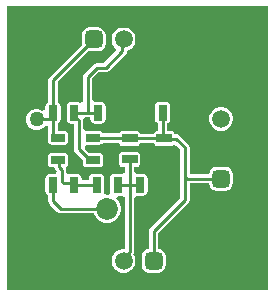
<source format=gtl>
G04*
G04 #@! TF.GenerationSoftware,Altium Limited,Altium Designer,24.7.2 (38)*
G04*
G04 Layer_Physical_Order=1*
G04 Layer_Color=9809361*
%FSAX44Y44*%
%MOMM*%
G71*
G04*
G04 #@! TF.SameCoordinates,93A25BCA-29EF-4DAC-9895-B02BB0167CD6*
G04*
G04*
G04 #@! TF.FilePolarity,Positive*
G04*
G01*
G75*
%ADD13C,0.2540*%
G04:AMPARAMS|DCode=14|XSize=1.3mm|YSize=0.76mm|CornerRadius=0.095mm|HoleSize=0mm|Usage=FLASHONLY|Rotation=90.000|XOffset=0mm|YOffset=0mm|HoleType=Round|Shape=RoundedRectangle|*
%AMROUNDEDRECTD14*
21,1,1.3000,0.5700,0,0,90.0*
21,1,1.1100,0.7600,0,0,90.0*
1,1,0.1900,0.2850,0.5550*
1,1,0.1900,0.2850,-0.5550*
1,1,0.1900,-0.2850,-0.5550*
1,1,0.1900,-0.2850,0.5550*
%
%ADD14ROUNDEDRECTD14*%
G04:AMPARAMS|DCode=15|XSize=1.3mm|YSize=0.76mm|CornerRadius=0.095mm|HoleSize=0mm|Usage=FLASHONLY|Rotation=180.000|XOffset=0mm|YOffset=0mm|HoleType=Round|Shape=RoundedRectangle|*
%AMROUNDEDRECTD15*
21,1,1.3000,0.5700,0,0,180.0*
21,1,1.1100,0.7600,0,0,180.0*
1,1,0.1900,-0.5550,0.2850*
1,1,0.1900,0.5550,0.2850*
1,1,0.1900,0.5550,-0.2850*
1,1,0.1900,-0.5550,-0.2850*
%
%ADD15ROUNDEDRECTD15*%
G04:AMPARAMS|DCode=16|XSize=0.65mm|YSize=1.2mm|CornerRadius=0.0488mm|HoleSize=0mm|Usage=FLASHONLY|Rotation=90.000|XOffset=0mm|YOffset=0mm|HoleType=Round|Shape=RoundedRectangle|*
%AMROUNDEDRECTD16*
21,1,0.6500,1.1025,0,0,90.0*
21,1,0.5525,1.2000,0,0,90.0*
1,1,0.0975,0.5513,0.2763*
1,1,0.0975,0.5513,-0.2763*
1,1,0.0975,-0.5513,-0.2763*
1,1,0.0975,-0.5513,0.2763*
%
%ADD16ROUNDEDRECTD16*%
%ADD20C,1.8500*%
%ADD21R,1.8500X1.8500*%
%ADD26C,5.4000*%
%ADD27C,1.5000*%
G04:AMPARAMS|DCode=28|XSize=1.5mm|YSize=1.5mm|CornerRadius=0.375mm|HoleSize=0mm|Usage=FLASHONLY|Rotation=180.000|XOffset=0mm|YOffset=0mm|HoleType=Round|Shape=RoundedRectangle|*
%AMROUNDEDRECTD28*
21,1,1.5000,0.7500,0,0,180.0*
21,1,0.7500,1.5000,0,0,180.0*
1,1,0.7500,-0.3750,0.3750*
1,1,0.7500,0.3750,0.3750*
1,1,0.7500,0.3750,-0.3750*
1,1,0.7500,-0.3750,-0.3750*
%
%ADD28ROUNDEDRECTD28*%
G04:AMPARAMS|DCode=29|XSize=1.5mm|YSize=1.5mm|CornerRadius=0.375mm|HoleSize=0mm|Usage=FLASHONLY|Rotation=270.000|XOffset=0mm|YOffset=0mm|HoleType=Round|Shape=RoundedRectangle|*
%AMROUNDEDRECTD29*
21,1,1.5000,0.7500,0,0,270.0*
21,1,0.7500,1.5000,0,0,270.0*
1,1,0.7500,-0.3750,-0.3750*
1,1,0.7500,-0.3750,0.3750*
1,1,0.7500,0.3750,0.3750*
1,1,0.7500,0.3750,-0.3750*
%
%ADD29ROUNDEDRECTD29*%
%ADD30C,0.8000*%
%ADD31C,1.2700*%
G36*
X00946150Y00134620D02*
X00725170Y00134620D01*
X00725170Y00374650D01*
X00946150Y00374650D01*
X00946150Y00134620D01*
X00946150Y00134620D02*
G37*
%LPC*%
G36*
X00802580Y00356873D02*
X00795080Y00356873D01*
X00792626Y00356385D01*
X00790545Y00354995D01*
X00789155Y00352914D01*
X00788667Y00350460D01*
X00788667Y00342960D01*
X00788819Y00342193D01*
X00761793Y00315167D01*
X00760951Y00313907D01*
X00760655Y00312420D01*
X00760655Y00293385D01*
X00760318Y00293318D01*
X00759164Y00292546D01*
X00758392Y00291392D01*
X00758122Y00290030D01*
X00758122Y00287535D01*
X00757127Y00286823D01*
X00755582Y00286294D01*
X00754001Y00287206D01*
X00751740Y00287812D01*
X00749400Y00287812D01*
X00747139Y00287206D01*
X00745111Y00286036D01*
X00743456Y00284381D01*
X00742286Y00282353D01*
X00741680Y00280092D01*
X00741680Y00277752D01*
X00742286Y00275491D01*
X00743456Y00273463D01*
X00745111Y00271808D01*
X00747139Y00270638D01*
X00749400Y00270032D01*
X00751740Y00270032D01*
X00754001Y00270638D01*
X00756029Y00271808D01*
X00757684Y00273463D01*
X00758105Y00274194D01*
X00760548Y00273539D01*
X00760645Y00273364D01*
X00760645Y00267698D01*
X00760476Y00267444D01*
X00760241Y00266262D01*
X00760241Y00260737D01*
X00760476Y00259556D01*
X00761145Y00258555D01*
X00762146Y00257886D01*
X00763327Y00257651D01*
X00774352Y00257651D01*
X00775534Y00257886D01*
X00776535Y00258555D01*
X00777204Y00259556D01*
X00777439Y00260737D01*
X00777439Y00266262D01*
X00777204Y00267444D01*
X00776535Y00268445D01*
X00775534Y00269114D01*
X00774352Y00269349D01*
X00768415Y00269349D01*
X00768415Y00275578D01*
X00768742Y00275643D01*
X00769896Y00276414D01*
X00770667Y00277568D01*
X00770938Y00278930D01*
X00770938Y00290030D01*
X00770667Y00291392D01*
X00769896Y00292546D01*
X00768742Y00293318D01*
X00768425Y00293381D01*
X00768425Y00310811D01*
X00794313Y00336699D01*
X00795080Y00336547D01*
X00802580Y00336547D01*
X00805034Y00337035D01*
X00807115Y00338425D01*
X00808505Y00340506D01*
X00808993Y00342960D01*
X00808993Y00350460D01*
X00808505Y00352914D01*
X00807115Y00354995D01*
X00805034Y00356385D01*
X00802580Y00356873D01*
X00802580Y00356873D02*
G37*
G36*
X00810260Y00308685D02*
X00808773Y00308389D01*
X00807513Y00307547D01*
X00806671Y00306287D01*
X00806375Y00304800D01*
X00806671Y00303313D01*
X00807513Y00302053D01*
X00810195Y00299371D01*
X00811456Y00298529D01*
X00812942Y00298233D01*
X00814429Y00298529D01*
X00815689Y00299371D01*
X00816531Y00300631D01*
X00816827Y00302118D01*
X00816531Y00303605D01*
X00815689Y00304865D01*
X00813007Y00307547D01*
X00811747Y00308389D01*
X00810260Y00308685D01*
X00810260Y00308685D02*
G37*
G36*
X00825552Y00356750D02*
X00822908Y00356750D01*
X00820355Y00356066D01*
X00818065Y00354744D01*
X00816196Y00352875D01*
X00814874Y00350585D01*
X00814190Y00348032D01*
X00814190Y00345388D01*
X00814874Y00342835D01*
X00816196Y00340545D01*
X00818065Y00338676D01*
X00818243Y00337327D01*
X00807381Y00326465D01*
X00801370Y00326465D01*
X00799883Y00326169D01*
X00798623Y00325327D01*
X00791003Y00317707D01*
X00790161Y00316447D01*
X00789865Y00314960D01*
X00789865Y00293986D01*
X00789034Y00293407D01*
X00787325Y00292861D01*
X00786642Y00293318D01*
X00785280Y00293588D01*
X00779580Y00293588D01*
X00778218Y00293318D01*
X00777064Y00292546D01*
X00776292Y00291392D01*
X00776022Y00290030D01*
X00776022Y00278930D01*
X00776292Y00277568D01*
X00777064Y00276414D01*
X00778218Y00275643D01*
X00779580Y00275372D01*
X00782245Y00275372D01*
X00782245Y00253960D01*
X00782541Y00252473D01*
X00783383Y00251213D01*
X00789741Y00244856D01*
X00789741Y00241737D01*
X00789976Y00240556D01*
X00790645Y00239555D01*
X00791646Y00238886D01*
X00792828Y00238651D01*
X00803852Y00238651D01*
X00805034Y00238886D01*
X00806035Y00239555D01*
X00806704Y00240556D01*
X00806939Y00241737D01*
X00806939Y00247262D01*
X00806704Y00248444D01*
X00806035Y00249445D01*
X00805034Y00250114D01*
X00803852Y00250349D01*
X00795234Y00250349D01*
X00791409Y00254175D01*
X00791612Y00255513D01*
X00792828Y00257651D01*
X00803852Y00257651D01*
X00805034Y00257886D01*
X00806035Y00258555D01*
X00806577Y00259365D01*
X00820358Y00259365D01*
X00820472Y00258788D01*
X00821244Y00257634D01*
X00822398Y00256863D01*
X00823760Y00256592D01*
X00834860Y00256592D01*
X00836222Y00256863D01*
X00837376Y00257634D01*
X00838148Y00258788D01*
X00838203Y00259065D01*
X00849607Y00259065D01*
X00849682Y00258688D01*
X00850454Y00257534D01*
X00851608Y00256763D01*
X00852970Y00256492D01*
X00864070Y00256492D01*
X00865432Y00256763D01*
X00866586Y00257534D01*
X00869201Y00256875D01*
X00872415Y00253661D01*
X00872415Y00230088D01*
X00872437Y00229979D01*
X00872415Y00229870D01*
X00872415Y00212505D01*
X00846883Y00186973D01*
X00846041Y00185712D01*
X00845745Y00184226D01*
X00845745Y00169346D01*
X00843426Y00168885D01*
X00841345Y00167495D01*
X00839955Y00165414D01*
X00839467Y00162960D01*
X00839467Y00155460D01*
X00839955Y00153006D01*
X00841345Y00150925D01*
X00843426Y00149535D01*
X00845880Y00149047D01*
X00853380Y00149047D01*
X00855834Y00149535D01*
X00857915Y00150925D01*
X00859305Y00153006D01*
X00859793Y00155460D01*
X00859793Y00162960D01*
X00859305Y00165414D01*
X00857915Y00167495D01*
X00855834Y00168885D01*
X00853515Y00169346D01*
X00853515Y00182617D01*
X00879047Y00208149D01*
X00879889Y00209409D01*
X00880185Y00210896D01*
X00880185Y00224715D01*
X00896644Y00224715D01*
X00897105Y00222396D01*
X00898495Y00220315D01*
X00900576Y00218925D01*
X00903030Y00218437D01*
X00910530Y00218437D01*
X00912984Y00218925D01*
X00915065Y00220315D01*
X00916455Y00222396D01*
X00916943Y00224850D01*
X00916943Y00232350D01*
X00916455Y00234804D01*
X00915065Y00236885D01*
X00912984Y00238275D01*
X00910530Y00238763D01*
X00903030Y00238763D01*
X00900576Y00238275D01*
X00898495Y00236885D01*
X00897105Y00234804D01*
X00896644Y00232485D01*
X00880185Y00232485D01*
X00880185Y00255270D01*
X00879889Y00256757D01*
X00879047Y00258017D01*
X00871577Y00265487D01*
X00870317Y00266329D01*
X00868830Y00266625D01*
X00867454Y00266625D01*
X00867357Y00267112D01*
X00866586Y00268266D01*
X00865432Y00269037D01*
X00864070Y00269308D01*
X00861145Y00269308D01*
X00861145Y00275578D01*
X00861472Y00275643D01*
X00862626Y00276414D01*
X00863398Y00277568D01*
X00863668Y00278930D01*
X00863668Y00290030D01*
X00863398Y00291392D01*
X00862626Y00292546D01*
X00861472Y00293318D01*
X00860110Y00293588D01*
X00854410Y00293588D01*
X00853048Y00293318D01*
X00851894Y00292546D01*
X00851123Y00291392D01*
X00850852Y00290030D01*
X00850852Y00278930D01*
X00851123Y00277568D01*
X00851894Y00276414D01*
X00853048Y00275643D01*
X00853375Y00275578D01*
X00853375Y00269308D01*
X00852970Y00269308D01*
X00851608Y00269037D01*
X00850454Y00268266D01*
X00849682Y00267112D01*
X00849627Y00266835D01*
X00838223Y00266835D01*
X00838148Y00267212D01*
X00837376Y00268366D01*
X00836222Y00269137D01*
X00834860Y00269408D01*
X00823760Y00269408D01*
X00822398Y00269137D01*
X00821244Y00268366D01*
X00820472Y00267212D01*
X00820457Y00267135D01*
X00806766Y00267135D01*
X00806704Y00267444D01*
X00806035Y00268445D01*
X00805034Y00269114D01*
X00803852Y00269349D01*
X00792828Y00269349D01*
X00792555Y00269295D01*
X00790406Y00270607D01*
X00790015Y00271079D01*
X00790015Y00278080D01*
X00791854Y00280595D01*
X00796222Y00280595D01*
X00796222Y00278930D01*
X00796492Y00277568D01*
X00797264Y00276414D01*
X00798418Y00275643D01*
X00799780Y00275372D01*
X00805480Y00275372D01*
X00806842Y00275643D01*
X00807996Y00276414D01*
X00808767Y00277568D01*
X00809038Y00278930D01*
X00809038Y00290030D01*
X00808767Y00291392D01*
X00807996Y00292546D01*
X00806842Y00293318D01*
X00805480Y00293588D01*
X00799780Y00293588D01*
X00797635Y00295616D01*
X00797635Y00313351D01*
X00802979Y00318695D01*
X00808990Y00318695D01*
X00810477Y00318991D01*
X00811737Y00319833D01*
X00826045Y00334141D01*
X00826887Y00335401D01*
X00827182Y00336888D01*
X00827182Y00337107D01*
X00828105Y00337354D01*
X00830395Y00338676D01*
X00832264Y00340545D01*
X00833586Y00342835D01*
X00834270Y00345388D01*
X00834270Y00348032D01*
X00833586Y00350585D01*
X00832264Y00352875D01*
X00830395Y00354744D01*
X00828105Y00356066D01*
X00825552Y00356750D01*
X00825552Y00356750D02*
G37*
G36*
X00908102Y00289440D02*
X00905458Y00289440D01*
X00902905Y00288756D01*
X00900615Y00287434D01*
X00898746Y00285565D01*
X00897424Y00283275D01*
X00896740Y00280722D01*
X00896740Y00278078D01*
X00897424Y00275525D01*
X00898746Y00273235D01*
X00900615Y00271366D01*
X00902905Y00270044D01*
X00905458Y00269360D01*
X00908102Y00269360D01*
X00910655Y00270044D01*
X00912945Y00271366D01*
X00914814Y00273235D01*
X00916136Y00275525D01*
X00916820Y00278078D01*
X00916820Y00280722D01*
X00916136Y00283275D01*
X00914814Y00285565D01*
X00912945Y00287434D01*
X00910655Y00288756D01*
X00908102Y00289440D01*
X00908102Y00289440D02*
G37*
G36*
X00834860Y00251508D02*
X00823760Y00251508D01*
X00822398Y00251238D01*
X00821244Y00250466D01*
X00820472Y00249312D01*
X00820202Y00247950D01*
X00820202Y00242250D01*
X00820472Y00240888D01*
X00821244Y00239734D01*
X00822398Y00238962D01*
X00823760Y00238692D01*
X00825425Y00238692D01*
X00825425Y00234107D01*
X00824750Y00233502D01*
X00822885Y00232474D01*
X00822110Y00232628D01*
X00816410Y00232628D01*
X00815048Y00232358D01*
X00813894Y00231586D01*
X00813122Y00230432D01*
X00812852Y00229070D01*
X00812852Y00217970D01*
X00812984Y00217306D01*
X00812513Y00216376D01*
X00811853Y00215567D01*
X00811213Y00215042D01*
X00808790Y00215555D01*
X00807998Y00216552D01*
X00807642Y00217334D01*
X00807768Y00217970D01*
X00807768Y00229070D01*
X00807497Y00230432D01*
X00806726Y00231586D01*
X00805572Y00232358D01*
X00804210Y00232628D01*
X00798510Y00232628D01*
X00797148Y00232358D01*
X00795994Y00231586D01*
X00795222Y00230432D01*
X00794952Y00229070D01*
X00794952Y00227405D01*
X00788738Y00227405D01*
X00788738Y00229070D01*
X00788467Y00230432D01*
X00787696Y00231586D01*
X00786542Y00232358D01*
X00785180Y00232628D01*
X00779480Y00232628D01*
X00778465Y00232426D01*
X00777570Y00232754D01*
X00775925Y00233947D01*
X00775925Y00236340D01*
X00775918Y00236372D01*
X00775534Y00238886D01*
X00776535Y00239555D01*
X00777204Y00240556D01*
X00777439Y00241737D01*
X00777439Y00247262D01*
X00777204Y00248444D01*
X00776535Y00249445D01*
X00775534Y00250114D01*
X00774352Y00250349D01*
X00763327Y00250349D01*
X00762146Y00250114D01*
X00761145Y00249445D01*
X00760476Y00248444D01*
X00760241Y00247262D01*
X00760241Y00241737D01*
X00760476Y00240556D01*
X00761145Y00239555D01*
X00762146Y00238886D01*
X00763327Y00238651D01*
X00765757Y00238651D01*
X00766031Y00237273D01*
X00766873Y00236013D01*
X00767768Y00235118D01*
X00767441Y00233449D01*
X00767099Y00232628D01*
X00761580Y00232628D01*
X00760218Y00232358D01*
X00759064Y00231586D01*
X00758292Y00230432D01*
X00758022Y00229070D01*
X00758022Y00217970D01*
X00758292Y00216608D01*
X00759064Y00215454D01*
X00760218Y00214683D01*
X00760655Y00214596D01*
X00760655Y00209550D01*
X00760951Y00208063D01*
X00761793Y00206803D01*
X00768143Y00200453D01*
X00769403Y00199611D01*
X00770890Y00199315D01*
X00799095Y00199315D01*
X00799274Y00198649D01*
X00800826Y00195961D01*
X00803021Y00193766D01*
X00805709Y00192213D01*
X00808708Y00191410D01*
X00811812Y00191410D01*
X00814811Y00192213D01*
X00817499Y00193766D01*
X00819694Y00195961D01*
X00821246Y00198649D01*
X00822050Y00201648D01*
X00822050Y00204752D01*
X00821246Y00207751D01*
X00819694Y00210439D01*
X00818262Y00211872D01*
X00819314Y00214412D01*
X00822110Y00214412D01*
X00822885Y00214566D01*
X00824750Y00213538D01*
X00825425Y00212933D01*
X00825425Y00169250D01*
X00822908Y00169250D01*
X00820355Y00168566D01*
X00818065Y00167244D01*
X00816196Y00165375D01*
X00814874Y00163085D01*
X00814190Y00160532D01*
X00814190Y00157888D01*
X00814874Y00155335D01*
X00816196Y00153045D01*
X00818065Y00151176D01*
X00820355Y00149854D01*
X00822908Y00149170D01*
X00825552Y00149170D01*
X00828105Y00149854D01*
X00830395Y00151176D01*
X00832264Y00153045D01*
X00833586Y00155335D01*
X00834270Y00157888D01*
X00834270Y00160532D01*
X00833586Y00163085D01*
X00832538Y00164901D01*
X00832899Y00165441D01*
X00833195Y00166928D01*
X00833195Y00212384D01*
X00835340Y00214412D01*
X00841040Y00214412D01*
X00842402Y00214683D01*
X00843556Y00215454D01*
X00844327Y00216608D01*
X00844598Y00217970D01*
X00844598Y00229070D01*
X00844327Y00230432D01*
X00843556Y00231586D01*
X00842402Y00232358D01*
X00841040Y00232628D01*
X00835340Y00232628D01*
X00833195Y00234656D01*
X00833195Y00238692D01*
X00834860Y00238692D01*
X00836222Y00238962D01*
X00837376Y00239734D01*
X00838148Y00240888D01*
X00838418Y00242250D01*
X00838418Y00247950D01*
X00838148Y00249312D01*
X00837376Y00250466D01*
X00836222Y00251238D01*
X00834860Y00251508D01*
X00834860Y00251508D02*
G37*
%LPD*%
D13*
X00750570Y00279400D02*
X00759450Y00279400D01*
X00759504Y00279454D01*
X00762000Y00279454D01*
X00764530Y00281984D01*
X00764530Y00284480D01*
X00764530Y00265480D01*
X00765850Y00264160D01*
X00768350Y00264160D01*
X00786130Y00278080D02*
X00782430Y00281780D01*
X00782430Y00284480D01*
X00783590Y00284480D02*
X00793750Y00284480D01*
X00793750Y00314960D01*
X00801370Y00322580D01*
X00808990Y00322580D01*
X00823298Y00336888D01*
X00823298Y00345778D01*
X00824230Y00346710D01*
X00798830Y00346710D02*
X00764540Y00312420D01*
X00764540Y00284480D01*
X00786130Y00278080D02*
X00786130Y00253960D01*
X00795590Y00244500D01*
X00796900Y00244500D01*
X00797560Y00243840D01*
X00796900Y00244500D02*
X00798340Y00244500D01*
X00796900Y00244500D02*
X00796150Y00245250D01*
X00800100Y00223520D02*
X00801370Y00224790D01*
X00800100Y00223520D02*
X00782330Y00223520D01*
X00781060Y00224790D01*
X00773528Y00224790D01*
X00772040Y00226278D01*
X00772040Y00236340D01*
X00769620Y00238760D01*
X00769620Y00242570D01*
X00764540Y00223520D02*
X00764540Y00209550D01*
X00770890Y00203200D01*
X00810260Y00203200D01*
X00819260Y00223520D02*
X00829310Y00223520D01*
X00838190Y00223520D01*
X00838200Y00223520D01*
X00849630Y00184226D02*
X00876300Y00210896D01*
X00876300Y00229870D01*
X00876409Y00229979D02*
X00877788Y00228600D01*
X00905510Y00228600D01*
X00876300Y00255270D02*
X00876300Y00230088D01*
X00876300Y00255270D02*
X00868830Y00262740D01*
X00858680Y00262740D01*
X00858520Y00262900D01*
X00857260Y00264160D01*
X00857260Y00283200D01*
X00857250Y00283210D01*
X00858460Y00262950D02*
X00829360Y00262950D01*
X00829310Y00263000D01*
X00828950Y00263250D02*
X00798590Y00263250D01*
X00798340Y00263500D01*
X00829310Y00243840D02*
X00829310Y00223520D01*
X00829310Y00166928D01*
X00824230Y00161848D01*
X00824230Y00159210D01*
X00849630Y00159210D02*
X00849630Y00184226D01*
X00812942Y00302118D02*
X00810260Y00304800D01*
X00802630Y00284480D02*
X00796508Y00284480D01*
X00793750Y00284480D01*
D14*
X00764430Y00223520D02*
D03*
X00782330Y00223520D02*
D03*
X00801360Y00223520D02*
D03*
X00819260Y00223520D02*
D03*
X00838190Y00223520D02*
D03*
X00856090Y00223520D02*
D03*
X00857260Y00284480D02*
D03*
X00839360Y00284480D02*
D03*
X00820530Y00284480D02*
D03*
X00802630Y00284480D02*
D03*
X00782430Y00284480D02*
D03*
X00764530Y00284480D02*
D03*
D15*
X00829310Y00245100D02*
D03*
X00858520Y00245000D02*
D03*
X00858520Y00262900D02*
D03*
X00829310Y00263000D02*
D03*
D16*
X00768840Y00244500D02*
D03*
X00798340Y00244500D02*
D03*
X00798340Y00263500D02*
D03*
X00768840Y00263500D02*
D03*
X00768840Y00254000D02*
D03*
D20*
X00810260Y00203200D02*
D03*
D21*
X00810260Y00304800D02*
D03*
D26*
X00902970Y00177800D02*
D03*
X00900430Y00334010D02*
D03*
D27*
X00798830Y00159210D02*
D03*
X00824230Y00159210D02*
D03*
X00906780Y00254000D02*
D03*
X00906780Y00279400D02*
D03*
X00849630Y00346710D02*
D03*
X00824230Y00346710D02*
D03*
D28*
X00798830Y00346710D02*
D03*
X00849630Y00159210D02*
D03*
D29*
X00906780Y00228600D02*
D03*
D30*
X00740000Y00140000D02*
D03*
X00760000Y00140000D02*
D03*
X00780000Y00140000D02*
D03*
X00800000Y00140000D02*
D03*
X00820000Y00140000D02*
D03*
X00840001Y00140000D02*
D03*
X00860001Y00140000D02*
D03*
X00880001Y00140000D02*
D03*
X00900001Y00140000D02*
D03*
X00920001Y00140000D02*
D03*
X00930001Y00200000D02*
D03*
X00920001Y00220000D02*
D03*
X00930001Y00240000D02*
D03*
X00920001Y00260000D02*
D03*
X00930001Y00280000D02*
D03*
X00920001Y00300000D02*
D03*
X00900001Y00300000D02*
D03*
X00880001Y00300000D02*
D03*
X00850001Y00320000D02*
D03*
X00860001Y00300000D02*
D03*
X00840001Y00300000D02*
D03*
X00845892Y00271150D02*
D03*
X00867482Y00234320D02*
D03*
X00890001Y00240000D02*
D03*
X00850001Y00200000D02*
D03*
X00860001Y00180000D02*
D03*
X00840001Y00180000D02*
D03*
X00870001Y00160000D02*
D03*
X00811530Y00237490D02*
D03*
X00780000Y00180000D02*
D03*
X00770000Y00160000D02*
D03*
X00800000Y00180000D02*
D03*
X00750000Y00240000D02*
D03*
X00740000Y00220000D02*
D03*
X00750000Y00200000D02*
D03*
X00760000Y00180000D02*
D03*
X00740000Y00180000D02*
D03*
X00750000Y00160000D02*
D03*
X00740000Y00260000D02*
D03*
X00780000Y00300000D02*
D03*
X00750000Y00320000D02*
D03*
X00740000Y00300000D02*
D03*
X00780000Y00340000D02*
D03*
X00790000Y00360000D02*
D03*
X00810000Y00360000D02*
D03*
X00830000Y00360000D02*
D03*
X00830000Y00320000D02*
D03*
X00870001Y00360000D02*
D03*
X00930001Y00360000D02*
D03*
X00770000Y00360000D02*
D03*
X00750000Y00360000D02*
D03*
X00760000Y00340000D02*
D03*
X00740000Y00340000D02*
D03*
D31*
X00750570Y00278922D02*
D03*
M02*

</source>
